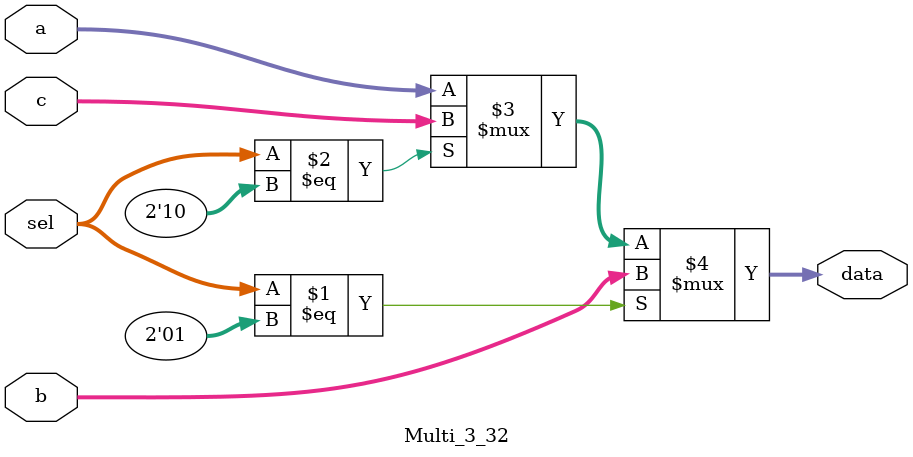
<source format=v>
module Multi_3_32(
	input [31:0]a,
	input [31:0]b,
	input [31:0]c,
	input [1:0]sel,
	output [31:0]data
);

	assign data = (sel==2'b01) ? b : ((sel==2'b10) ? c : a);

endmodule
</source>
